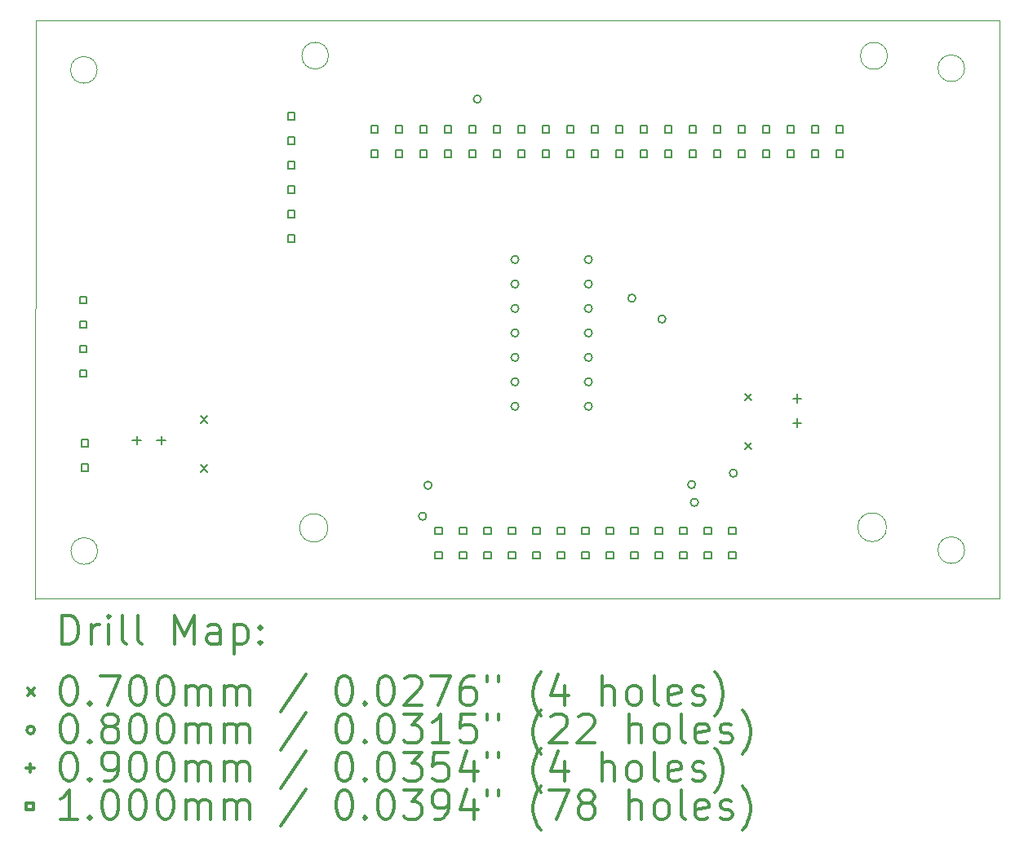
<source format=gbr>
%FSLAX45Y45*%
G04 Gerber Fmt 4.5, Leading zero omitted, Abs format (unit mm)*
G04 Created by KiCad (PCBNEW (5.1.10)-1) date 2023-02-08 16:23:21*
%MOMM*%
%LPD*%
G01*
G04 APERTURE LIST*
%TA.AperFunction,Profile*%
%ADD10C,0.050000*%
%TD*%
%TA.AperFunction,Profile*%
%ADD11C,0.100000*%
%TD*%
%ADD12C,0.200000*%
%ADD13C,0.300000*%
G04 APERTURE END LIST*
D10*
X19601232Y-7483000D02*
G75*
G03*
X19601232Y-7483000I-138232J0D01*
G01*
X19601232Y-12487000D02*
G75*
G03*
X19601232Y-12487000I-138232J0D01*
G01*
X10604232Y-12496000D02*
G75*
G03*
X10604232Y-12496000I-138232J0D01*
G01*
X10600000Y-7500000D02*
G75*
G03*
X10600000Y-7500000I-138232J0D01*
G01*
X18800289Y-7354000D02*
G75*
G03*
X18800289Y-7354000I-140289J0D01*
G01*
X18791482Y-12249000D02*
G75*
G03*
X18791482Y-12249000I-149482J0D01*
G01*
X12995275Y-12256000D02*
G75*
G03*
X12995275Y-12256000I-147275J0D01*
G01*
X13000232Y-7352000D02*
G75*
G03*
X13000232Y-7352000I-138232J0D01*
G01*
D11*
X19962000Y-6988000D02*
X19962000Y-12991000D01*
X9968000Y-6988000D02*
X19962000Y-6988000D01*
X9968000Y-6989000D02*
X9968000Y-6988000D01*
X9968000Y-7011000D02*
X9968000Y-6989000D01*
X9955000Y-12993000D02*
X9968000Y-7002000D01*
X19962000Y-12991000D02*
X9955000Y-12992000D01*
D12*
X11672000Y-11096000D02*
X11742000Y-11166000D01*
X11742000Y-11096000D02*
X11672000Y-11166000D01*
X11672000Y-11604000D02*
X11742000Y-11674000D01*
X11742000Y-11604000D02*
X11672000Y-11674000D01*
X17318000Y-10861000D02*
X17388000Y-10931000D01*
X17388000Y-10861000D02*
X17318000Y-10931000D01*
X17318000Y-11369000D02*
X17388000Y-11439000D01*
X17388000Y-11369000D02*
X17318000Y-11439000D01*
X14016760Y-12134650D02*
G75*
G03*
X14016760Y-12134650I-40000J0D01*
G01*
X14072700Y-11813420D02*
G75*
G03*
X14072700Y-11813420I-40000J0D01*
G01*
X14584710Y-7803450D02*
G75*
G03*
X14584710Y-7803450I-40000J0D01*
G01*
X14975000Y-9469000D02*
G75*
G03*
X14975000Y-9469000I-40000J0D01*
G01*
X14975000Y-9723000D02*
G75*
G03*
X14975000Y-9723000I-40000J0D01*
G01*
X14975000Y-9977000D02*
G75*
G03*
X14975000Y-9977000I-40000J0D01*
G01*
X14975000Y-10231000D02*
G75*
G03*
X14975000Y-10231000I-40000J0D01*
G01*
X14975000Y-10485000D02*
G75*
G03*
X14975000Y-10485000I-40000J0D01*
G01*
X14975000Y-10739000D02*
G75*
G03*
X14975000Y-10739000I-40000J0D01*
G01*
X14975000Y-10993000D02*
G75*
G03*
X14975000Y-10993000I-40000J0D01*
G01*
X15737000Y-9469000D02*
G75*
G03*
X15737000Y-9469000I-40000J0D01*
G01*
X15737000Y-9723000D02*
G75*
G03*
X15737000Y-9723000I-40000J0D01*
G01*
X15737000Y-9977000D02*
G75*
G03*
X15737000Y-9977000I-40000J0D01*
G01*
X15737000Y-10231000D02*
G75*
G03*
X15737000Y-10231000I-40000J0D01*
G01*
X15737000Y-10485000D02*
G75*
G03*
X15737000Y-10485000I-40000J0D01*
G01*
X15737000Y-10739000D02*
G75*
G03*
X15737000Y-10739000I-40000J0D01*
G01*
X15737000Y-10993000D02*
G75*
G03*
X15737000Y-10993000I-40000J0D01*
G01*
X16188680Y-9869230D02*
G75*
G03*
X16188680Y-9869230I-40000J0D01*
G01*
X16499810Y-10087010D02*
G75*
G03*
X16499810Y-10087010I-40000J0D01*
G01*
X16808590Y-11805580D02*
G75*
G03*
X16808590Y-11805580I-40000J0D01*
G01*
X16837560Y-11990970D02*
G75*
G03*
X16837560Y-11990970I-40000J0D01*
G01*
X17241560Y-11687310D02*
G75*
G03*
X17241560Y-11687310I-40000J0D01*
G01*
X11012000Y-11302000D02*
X11012000Y-11392000D01*
X10967000Y-11347000D02*
X11057000Y-11347000D01*
X11266000Y-11302000D02*
X11266000Y-11392000D01*
X11221000Y-11347000D02*
X11311000Y-11347000D01*
X17865000Y-10866000D02*
X17865000Y-10956000D01*
X17820000Y-10911000D02*
X17910000Y-10911000D01*
X17865000Y-11120000D02*
X17865000Y-11210000D01*
X17820000Y-11165000D02*
X17910000Y-11165000D01*
X10488356Y-9926356D02*
X10488356Y-9855644D01*
X10417644Y-9855644D01*
X10417644Y-9926356D01*
X10488356Y-9926356D01*
X10488356Y-10180356D02*
X10488356Y-10109644D01*
X10417644Y-10109644D01*
X10417644Y-10180356D01*
X10488356Y-10180356D01*
X10488356Y-10434356D02*
X10488356Y-10363644D01*
X10417644Y-10363644D01*
X10417644Y-10434356D01*
X10488356Y-10434356D01*
X10488356Y-10688356D02*
X10488356Y-10617644D01*
X10417644Y-10617644D01*
X10417644Y-10688356D01*
X10488356Y-10688356D01*
X10507356Y-11412356D02*
X10507356Y-11341644D01*
X10436644Y-11341644D01*
X10436644Y-11412356D01*
X10507356Y-11412356D01*
X10507356Y-11666356D02*
X10507356Y-11595644D01*
X10436644Y-11595644D01*
X10436644Y-11666356D01*
X10507356Y-11666356D01*
X12647356Y-8016356D02*
X12647356Y-7945644D01*
X12576644Y-7945644D01*
X12576644Y-8016356D01*
X12647356Y-8016356D01*
X12647356Y-8270356D02*
X12647356Y-8199644D01*
X12576644Y-8199644D01*
X12576644Y-8270356D01*
X12647356Y-8270356D01*
X12647356Y-8524356D02*
X12647356Y-8453644D01*
X12576644Y-8453644D01*
X12576644Y-8524356D01*
X12647356Y-8524356D01*
X12647356Y-8778356D02*
X12647356Y-8707644D01*
X12576644Y-8707644D01*
X12576644Y-8778356D01*
X12647356Y-8778356D01*
X12647356Y-9032356D02*
X12647356Y-8961644D01*
X12576644Y-8961644D01*
X12576644Y-9032356D01*
X12647356Y-9032356D01*
X12647356Y-9286356D02*
X12647356Y-9215644D01*
X12576644Y-9215644D01*
X12576644Y-9286356D01*
X12647356Y-9286356D01*
X13512356Y-8150356D02*
X13512356Y-8079644D01*
X13441644Y-8079644D01*
X13441644Y-8150356D01*
X13512356Y-8150356D01*
X13512356Y-8404356D02*
X13512356Y-8333644D01*
X13441644Y-8333644D01*
X13441644Y-8404356D01*
X13512356Y-8404356D01*
X13766356Y-8150356D02*
X13766356Y-8079644D01*
X13695644Y-8079644D01*
X13695644Y-8150356D01*
X13766356Y-8150356D01*
X13766356Y-8404356D02*
X13766356Y-8333644D01*
X13695644Y-8333644D01*
X13695644Y-8404356D01*
X13766356Y-8404356D01*
X14020356Y-8150356D02*
X14020356Y-8079644D01*
X13949644Y-8079644D01*
X13949644Y-8150356D01*
X14020356Y-8150356D01*
X14020356Y-8404356D02*
X14020356Y-8333644D01*
X13949644Y-8333644D01*
X13949644Y-8404356D01*
X14020356Y-8404356D01*
X14177356Y-12319356D02*
X14177356Y-12248644D01*
X14106644Y-12248644D01*
X14106644Y-12319356D01*
X14177356Y-12319356D01*
X14177356Y-12573356D02*
X14177356Y-12502644D01*
X14106644Y-12502644D01*
X14106644Y-12573356D01*
X14177356Y-12573356D01*
X14274356Y-8150356D02*
X14274356Y-8079644D01*
X14203644Y-8079644D01*
X14203644Y-8150356D01*
X14274356Y-8150356D01*
X14274356Y-8404356D02*
X14274356Y-8333644D01*
X14203644Y-8333644D01*
X14203644Y-8404356D01*
X14274356Y-8404356D01*
X14431356Y-12319356D02*
X14431356Y-12248644D01*
X14360644Y-12248644D01*
X14360644Y-12319356D01*
X14431356Y-12319356D01*
X14431356Y-12573356D02*
X14431356Y-12502644D01*
X14360644Y-12502644D01*
X14360644Y-12573356D01*
X14431356Y-12573356D01*
X14528356Y-8150356D02*
X14528356Y-8079644D01*
X14457644Y-8079644D01*
X14457644Y-8150356D01*
X14528356Y-8150356D01*
X14528356Y-8404356D02*
X14528356Y-8333644D01*
X14457644Y-8333644D01*
X14457644Y-8404356D01*
X14528356Y-8404356D01*
X14685356Y-12319356D02*
X14685356Y-12248644D01*
X14614644Y-12248644D01*
X14614644Y-12319356D01*
X14685356Y-12319356D01*
X14685356Y-12573356D02*
X14685356Y-12502644D01*
X14614644Y-12502644D01*
X14614644Y-12573356D01*
X14685356Y-12573356D01*
X14782356Y-8150356D02*
X14782356Y-8079644D01*
X14711644Y-8079644D01*
X14711644Y-8150356D01*
X14782356Y-8150356D01*
X14782356Y-8404356D02*
X14782356Y-8333644D01*
X14711644Y-8333644D01*
X14711644Y-8404356D01*
X14782356Y-8404356D01*
X14939356Y-12319356D02*
X14939356Y-12248644D01*
X14868644Y-12248644D01*
X14868644Y-12319356D01*
X14939356Y-12319356D01*
X14939356Y-12573356D02*
X14939356Y-12502644D01*
X14868644Y-12502644D01*
X14868644Y-12573356D01*
X14939356Y-12573356D01*
X15036356Y-8150356D02*
X15036356Y-8079644D01*
X14965644Y-8079644D01*
X14965644Y-8150356D01*
X15036356Y-8150356D01*
X15036356Y-8404356D02*
X15036356Y-8333644D01*
X14965644Y-8333644D01*
X14965644Y-8404356D01*
X15036356Y-8404356D01*
X15193356Y-12319356D02*
X15193356Y-12248644D01*
X15122644Y-12248644D01*
X15122644Y-12319356D01*
X15193356Y-12319356D01*
X15193356Y-12573356D02*
X15193356Y-12502644D01*
X15122644Y-12502644D01*
X15122644Y-12573356D01*
X15193356Y-12573356D01*
X15290356Y-8150356D02*
X15290356Y-8079644D01*
X15219644Y-8079644D01*
X15219644Y-8150356D01*
X15290356Y-8150356D01*
X15290356Y-8404356D02*
X15290356Y-8333644D01*
X15219644Y-8333644D01*
X15219644Y-8404356D01*
X15290356Y-8404356D01*
X15447356Y-12319356D02*
X15447356Y-12248644D01*
X15376644Y-12248644D01*
X15376644Y-12319356D01*
X15447356Y-12319356D01*
X15447356Y-12573356D02*
X15447356Y-12502644D01*
X15376644Y-12502644D01*
X15376644Y-12573356D01*
X15447356Y-12573356D01*
X15544356Y-8150356D02*
X15544356Y-8079644D01*
X15473644Y-8079644D01*
X15473644Y-8150356D01*
X15544356Y-8150356D01*
X15544356Y-8404356D02*
X15544356Y-8333644D01*
X15473644Y-8333644D01*
X15473644Y-8404356D01*
X15544356Y-8404356D01*
X15701356Y-12319356D02*
X15701356Y-12248644D01*
X15630644Y-12248644D01*
X15630644Y-12319356D01*
X15701356Y-12319356D01*
X15701356Y-12573356D02*
X15701356Y-12502644D01*
X15630644Y-12502644D01*
X15630644Y-12573356D01*
X15701356Y-12573356D01*
X15798356Y-8150356D02*
X15798356Y-8079644D01*
X15727644Y-8079644D01*
X15727644Y-8150356D01*
X15798356Y-8150356D01*
X15798356Y-8404356D02*
X15798356Y-8333644D01*
X15727644Y-8333644D01*
X15727644Y-8404356D01*
X15798356Y-8404356D01*
X15955356Y-12319356D02*
X15955356Y-12248644D01*
X15884644Y-12248644D01*
X15884644Y-12319356D01*
X15955356Y-12319356D01*
X15955356Y-12573356D02*
X15955356Y-12502644D01*
X15884644Y-12502644D01*
X15884644Y-12573356D01*
X15955356Y-12573356D01*
X16052356Y-8150356D02*
X16052356Y-8079644D01*
X15981644Y-8079644D01*
X15981644Y-8150356D01*
X16052356Y-8150356D01*
X16052356Y-8404356D02*
X16052356Y-8333644D01*
X15981644Y-8333644D01*
X15981644Y-8404356D01*
X16052356Y-8404356D01*
X16209356Y-12319356D02*
X16209356Y-12248644D01*
X16138644Y-12248644D01*
X16138644Y-12319356D01*
X16209356Y-12319356D01*
X16209356Y-12573356D02*
X16209356Y-12502644D01*
X16138644Y-12502644D01*
X16138644Y-12573356D01*
X16209356Y-12573356D01*
X16306356Y-8150356D02*
X16306356Y-8079644D01*
X16235644Y-8079644D01*
X16235644Y-8150356D01*
X16306356Y-8150356D01*
X16306356Y-8404356D02*
X16306356Y-8333644D01*
X16235644Y-8333644D01*
X16235644Y-8404356D01*
X16306356Y-8404356D01*
X16463356Y-12319356D02*
X16463356Y-12248644D01*
X16392644Y-12248644D01*
X16392644Y-12319356D01*
X16463356Y-12319356D01*
X16463356Y-12573356D02*
X16463356Y-12502644D01*
X16392644Y-12502644D01*
X16392644Y-12573356D01*
X16463356Y-12573356D01*
X16560356Y-8150356D02*
X16560356Y-8079644D01*
X16489644Y-8079644D01*
X16489644Y-8150356D01*
X16560356Y-8150356D01*
X16560356Y-8404356D02*
X16560356Y-8333644D01*
X16489644Y-8333644D01*
X16489644Y-8404356D01*
X16560356Y-8404356D01*
X16717356Y-12319356D02*
X16717356Y-12248644D01*
X16646644Y-12248644D01*
X16646644Y-12319356D01*
X16717356Y-12319356D01*
X16717356Y-12573356D02*
X16717356Y-12502644D01*
X16646644Y-12502644D01*
X16646644Y-12573356D01*
X16717356Y-12573356D01*
X16814356Y-8150356D02*
X16814356Y-8079644D01*
X16743644Y-8079644D01*
X16743644Y-8150356D01*
X16814356Y-8150356D01*
X16814356Y-8404356D02*
X16814356Y-8333644D01*
X16743644Y-8333644D01*
X16743644Y-8404356D01*
X16814356Y-8404356D01*
X16971356Y-12319356D02*
X16971356Y-12248644D01*
X16900644Y-12248644D01*
X16900644Y-12319356D01*
X16971356Y-12319356D01*
X16971356Y-12573356D02*
X16971356Y-12502644D01*
X16900644Y-12502644D01*
X16900644Y-12573356D01*
X16971356Y-12573356D01*
X17068356Y-8150356D02*
X17068356Y-8079644D01*
X16997644Y-8079644D01*
X16997644Y-8150356D01*
X17068356Y-8150356D01*
X17068356Y-8404356D02*
X17068356Y-8333644D01*
X16997644Y-8333644D01*
X16997644Y-8404356D01*
X17068356Y-8404356D01*
X17225356Y-12319356D02*
X17225356Y-12248644D01*
X17154644Y-12248644D01*
X17154644Y-12319356D01*
X17225356Y-12319356D01*
X17225356Y-12573356D02*
X17225356Y-12502644D01*
X17154644Y-12502644D01*
X17154644Y-12573356D01*
X17225356Y-12573356D01*
X17322356Y-8150356D02*
X17322356Y-8079644D01*
X17251644Y-8079644D01*
X17251644Y-8150356D01*
X17322356Y-8150356D01*
X17322356Y-8404356D02*
X17322356Y-8333644D01*
X17251644Y-8333644D01*
X17251644Y-8404356D01*
X17322356Y-8404356D01*
X17576356Y-8150356D02*
X17576356Y-8079644D01*
X17505644Y-8079644D01*
X17505644Y-8150356D01*
X17576356Y-8150356D01*
X17576356Y-8404356D02*
X17576356Y-8333644D01*
X17505644Y-8333644D01*
X17505644Y-8404356D01*
X17576356Y-8404356D01*
X17830356Y-8150356D02*
X17830356Y-8079644D01*
X17759644Y-8079644D01*
X17759644Y-8150356D01*
X17830356Y-8150356D01*
X17830356Y-8404356D02*
X17830356Y-8333644D01*
X17759644Y-8333644D01*
X17759644Y-8404356D01*
X17830356Y-8404356D01*
X18084356Y-8150356D02*
X18084356Y-8079644D01*
X18013644Y-8079644D01*
X18013644Y-8150356D01*
X18084356Y-8150356D01*
X18084356Y-8404356D02*
X18084356Y-8333644D01*
X18013644Y-8333644D01*
X18013644Y-8404356D01*
X18084356Y-8404356D01*
X18338356Y-8150356D02*
X18338356Y-8079644D01*
X18267644Y-8079644D01*
X18267644Y-8150356D01*
X18338356Y-8150356D01*
X18338356Y-8404356D02*
X18338356Y-8333644D01*
X18267644Y-8333644D01*
X18267644Y-8404356D01*
X18338356Y-8404356D01*
D13*
X10236428Y-13463714D02*
X10236428Y-13163714D01*
X10307857Y-13163714D01*
X10350714Y-13178000D01*
X10379286Y-13206571D01*
X10393571Y-13235143D01*
X10407857Y-13292286D01*
X10407857Y-13335143D01*
X10393571Y-13392286D01*
X10379286Y-13420857D01*
X10350714Y-13449429D01*
X10307857Y-13463714D01*
X10236428Y-13463714D01*
X10536428Y-13463714D02*
X10536428Y-13263714D01*
X10536428Y-13320857D02*
X10550714Y-13292286D01*
X10565000Y-13278000D01*
X10593571Y-13263714D01*
X10622143Y-13263714D01*
X10722143Y-13463714D02*
X10722143Y-13263714D01*
X10722143Y-13163714D02*
X10707857Y-13178000D01*
X10722143Y-13192286D01*
X10736428Y-13178000D01*
X10722143Y-13163714D01*
X10722143Y-13192286D01*
X10907857Y-13463714D02*
X10879286Y-13449429D01*
X10865000Y-13420857D01*
X10865000Y-13163714D01*
X11065000Y-13463714D02*
X11036428Y-13449429D01*
X11022143Y-13420857D01*
X11022143Y-13163714D01*
X11407857Y-13463714D02*
X11407857Y-13163714D01*
X11507857Y-13378000D01*
X11607857Y-13163714D01*
X11607857Y-13463714D01*
X11879286Y-13463714D02*
X11879286Y-13306571D01*
X11865000Y-13278000D01*
X11836428Y-13263714D01*
X11779286Y-13263714D01*
X11750714Y-13278000D01*
X11879286Y-13449429D02*
X11850714Y-13463714D01*
X11779286Y-13463714D01*
X11750714Y-13449429D01*
X11736428Y-13420857D01*
X11736428Y-13392286D01*
X11750714Y-13363714D01*
X11779286Y-13349429D01*
X11850714Y-13349429D01*
X11879286Y-13335143D01*
X12022143Y-13263714D02*
X12022143Y-13563714D01*
X12022143Y-13278000D02*
X12050714Y-13263714D01*
X12107857Y-13263714D01*
X12136428Y-13278000D01*
X12150714Y-13292286D01*
X12165000Y-13320857D01*
X12165000Y-13406571D01*
X12150714Y-13435143D01*
X12136428Y-13449429D01*
X12107857Y-13463714D01*
X12050714Y-13463714D01*
X12022143Y-13449429D01*
X12293571Y-13435143D02*
X12307857Y-13449429D01*
X12293571Y-13463714D01*
X12279286Y-13449429D01*
X12293571Y-13435143D01*
X12293571Y-13463714D01*
X12293571Y-13278000D02*
X12307857Y-13292286D01*
X12293571Y-13306571D01*
X12279286Y-13292286D01*
X12293571Y-13278000D01*
X12293571Y-13306571D01*
X9880000Y-13923000D02*
X9950000Y-13993000D01*
X9950000Y-13923000D02*
X9880000Y-13993000D01*
X10293571Y-13793714D02*
X10322143Y-13793714D01*
X10350714Y-13808000D01*
X10365000Y-13822286D01*
X10379286Y-13850857D01*
X10393571Y-13908000D01*
X10393571Y-13979429D01*
X10379286Y-14036571D01*
X10365000Y-14065143D01*
X10350714Y-14079429D01*
X10322143Y-14093714D01*
X10293571Y-14093714D01*
X10265000Y-14079429D01*
X10250714Y-14065143D01*
X10236428Y-14036571D01*
X10222143Y-13979429D01*
X10222143Y-13908000D01*
X10236428Y-13850857D01*
X10250714Y-13822286D01*
X10265000Y-13808000D01*
X10293571Y-13793714D01*
X10522143Y-14065143D02*
X10536428Y-14079429D01*
X10522143Y-14093714D01*
X10507857Y-14079429D01*
X10522143Y-14065143D01*
X10522143Y-14093714D01*
X10636428Y-13793714D02*
X10836428Y-13793714D01*
X10707857Y-14093714D01*
X11007857Y-13793714D02*
X11036428Y-13793714D01*
X11065000Y-13808000D01*
X11079286Y-13822286D01*
X11093571Y-13850857D01*
X11107857Y-13908000D01*
X11107857Y-13979429D01*
X11093571Y-14036571D01*
X11079286Y-14065143D01*
X11065000Y-14079429D01*
X11036428Y-14093714D01*
X11007857Y-14093714D01*
X10979286Y-14079429D01*
X10965000Y-14065143D01*
X10950714Y-14036571D01*
X10936428Y-13979429D01*
X10936428Y-13908000D01*
X10950714Y-13850857D01*
X10965000Y-13822286D01*
X10979286Y-13808000D01*
X11007857Y-13793714D01*
X11293571Y-13793714D02*
X11322143Y-13793714D01*
X11350714Y-13808000D01*
X11365000Y-13822286D01*
X11379286Y-13850857D01*
X11393571Y-13908000D01*
X11393571Y-13979429D01*
X11379286Y-14036571D01*
X11365000Y-14065143D01*
X11350714Y-14079429D01*
X11322143Y-14093714D01*
X11293571Y-14093714D01*
X11265000Y-14079429D01*
X11250714Y-14065143D01*
X11236428Y-14036571D01*
X11222143Y-13979429D01*
X11222143Y-13908000D01*
X11236428Y-13850857D01*
X11250714Y-13822286D01*
X11265000Y-13808000D01*
X11293571Y-13793714D01*
X11522143Y-14093714D02*
X11522143Y-13893714D01*
X11522143Y-13922286D02*
X11536428Y-13908000D01*
X11565000Y-13893714D01*
X11607857Y-13893714D01*
X11636428Y-13908000D01*
X11650714Y-13936571D01*
X11650714Y-14093714D01*
X11650714Y-13936571D02*
X11665000Y-13908000D01*
X11693571Y-13893714D01*
X11736428Y-13893714D01*
X11765000Y-13908000D01*
X11779286Y-13936571D01*
X11779286Y-14093714D01*
X11922143Y-14093714D02*
X11922143Y-13893714D01*
X11922143Y-13922286D02*
X11936428Y-13908000D01*
X11965000Y-13893714D01*
X12007857Y-13893714D01*
X12036428Y-13908000D01*
X12050714Y-13936571D01*
X12050714Y-14093714D01*
X12050714Y-13936571D02*
X12065000Y-13908000D01*
X12093571Y-13893714D01*
X12136428Y-13893714D01*
X12165000Y-13908000D01*
X12179286Y-13936571D01*
X12179286Y-14093714D01*
X12765000Y-13779429D02*
X12507857Y-14165143D01*
X13150714Y-13793714D02*
X13179286Y-13793714D01*
X13207857Y-13808000D01*
X13222143Y-13822286D01*
X13236428Y-13850857D01*
X13250714Y-13908000D01*
X13250714Y-13979429D01*
X13236428Y-14036571D01*
X13222143Y-14065143D01*
X13207857Y-14079429D01*
X13179286Y-14093714D01*
X13150714Y-14093714D01*
X13122143Y-14079429D01*
X13107857Y-14065143D01*
X13093571Y-14036571D01*
X13079286Y-13979429D01*
X13079286Y-13908000D01*
X13093571Y-13850857D01*
X13107857Y-13822286D01*
X13122143Y-13808000D01*
X13150714Y-13793714D01*
X13379286Y-14065143D02*
X13393571Y-14079429D01*
X13379286Y-14093714D01*
X13365000Y-14079429D01*
X13379286Y-14065143D01*
X13379286Y-14093714D01*
X13579286Y-13793714D02*
X13607857Y-13793714D01*
X13636428Y-13808000D01*
X13650714Y-13822286D01*
X13665000Y-13850857D01*
X13679286Y-13908000D01*
X13679286Y-13979429D01*
X13665000Y-14036571D01*
X13650714Y-14065143D01*
X13636428Y-14079429D01*
X13607857Y-14093714D01*
X13579286Y-14093714D01*
X13550714Y-14079429D01*
X13536428Y-14065143D01*
X13522143Y-14036571D01*
X13507857Y-13979429D01*
X13507857Y-13908000D01*
X13522143Y-13850857D01*
X13536428Y-13822286D01*
X13550714Y-13808000D01*
X13579286Y-13793714D01*
X13793571Y-13822286D02*
X13807857Y-13808000D01*
X13836428Y-13793714D01*
X13907857Y-13793714D01*
X13936428Y-13808000D01*
X13950714Y-13822286D01*
X13965000Y-13850857D01*
X13965000Y-13879429D01*
X13950714Y-13922286D01*
X13779286Y-14093714D01*
X13965000Y-14093714D01*
X14065000Y-13793714D02*
X14265000Y-13793714D01*
X14136428Y-14093714D01*
X14507857Y-13793714D02*
X14450714Y-13793714D01*
X14422143Y-13808000D01*
X14407857Y-13822286D01*
X14379286Y-13865143D01*
X14365000Y-13922286D01*
X14365000Y-14036571D01*
X14379286Y-14065143D01*
X14393571Y-14079429D01*
X14422143Y-14093714D01*
X14479286Y-14093714D01*
X14507857Y-14079429D01*
X14522143Y-14065143D01*
X14536428Y-14036571D01*
X14536428Y-13965143D01*
X14522143Y-13936571D01*
X14507857Y-13922286D01*
X14479286Y-13908000D01*
X14422143Y-13908000D01*
X14393571Y-13922286D01*
X14379286Y-13936571D01*
X14365000Y-13965143D01*
X14650714Y-13793714D02*
X14650714Y-13850857D01*
X14765000Y-13793714D02*
X14765000Y-13850857D01*
X15207857Y-14208000D02*
X15193571Y-14193714D01*
X15165000Y-14150857D01*
X15150714Y-14122286D01*
X15136428Y-14079429D01*
X15122143Y-14008000D01*
X15122143Y-13950857D01*
X15136428Y-13879429D01*
X15150714Y-13836571D01*
X15165000Y-13808000D01*
X15193571Y-13765143D01*
X15207857Y-13750857D01*
X15450714Y-13893714D02*
X15450714Y-14093714D01*
X15379286Y-13779429D02*
X15307857Y-13993714D01*
X15493571Y-13993714D01*
X15836428Y-14093714D02*
X15836428Y-13793714D01*
X15965000Y-14093714D02*
X15965000Y-13936571D01*
X15950714Y-13908000D01*
X15922143Y-13893714D01*
X15879286Y-13893714D01*
X15850714Y-13908000D01*
X15836428Y-13922286D01*
X16150714Y-14093714D02*
X16122143Y-14079429D01*
X16107857Y-14065143D01*
X16093571Y-14036571D01*
X16093571Y-13950857D01*
X16107857Y-13922286D01*
X16122143Y-13908000D01*
X16150714Y-13893714D01*
X16193571Y-13893714D01*
X16222143Y-13908000D01*
X16236428Y-13922286D01*
X16250714Y-13950857D01*
X16250714Y-14036571D01*
X16236428Y-14065143D01*
X16222143Y-14079429D01*
X16193571Y-14093714D01*
X16150714Y-14093714D01*
X16422143Y-14093714D02*
X16393571Y-14079429D01*
X16379286Y-14050857D01*
X16379286Y-13793714D01*
X16650714Y-14079429D02*
X16622143Y-14093714D01*
X16565000Y-14093714D01*
X16536428Y-14079429D01*
X16522143Y-14050857D01*
X16522143Y-13936571D01*
X16536428Y-13908000D01*
X16565000Y-13893714D01*
X16622143Y-13893714D01*
X16650714Y-13908000D01*
X16665000Y-13936571D01*
X16665000Y-13965143D01*
X16522143Y-13993714D01*
X16779286Y-14079429D02*
X16807857Y-14093714D01*
X16865000Y-14093714D01*
X16893571Y-14079429D01*
X16907857Y-14050857D01*
X16907857Y-14036571D01*
X16893571Y-14008000D01*
X16865000Y-13993714D01*
X16822143Y-13993714D01*
X16793571Y-13979429D01*
X16779286Y-13950857D01*
X16779286Y-13936571D01*
X16793571Y-13908000D01*
X16822143Y-13893714D01*
X16865000Y-13893714D01*
X16893571Y-13908000D01*
X17007857Y-14208000D02*
X17022143Y-14193714D01*
X17050714Y-14150857D01*
X17065000Y-14122286D01*
X17079286Y-14079429D01*
X17093571Y-14008000D01*
X17093571Y-13950857D01*
X17079286Y-13879429D01*
X17065000Y-13836571D01*
X17050714Y-13808000D01*
X17022143Y-13765143D01*
X17007857Y-13750857D01*
X9950000Y-14354000D02*
G75*
G03*
X9950000Y-14354000I-40000J0D01*
G01*
X10293571Y-14189714D02*
X10322143Y-14189714D01*
X10350714Y-14204000D01*
X10365000Y-14218286D01*
X10379286Y-14246857D01*
X10393571Y-14304000D01*
X10393571Y-14375429D01*
X10379286Y-14432571D01*
X10365000Y-14461143D01*
X10350714Y-14475429D01*
X10322143Y-14489714D01*
X10293571Y-14489714D01*
X10265000Y-14475429D01*
X10250714Y-14461143D01*
X10236428Y-14432571D01*
X10222143Y-14375429D01*
X10222143Y-14304000D01*
X10236428Y-14246857D01*
X10250714Y-14218286D01*
X10265000Y-14204000D01*
X10293571Y-14189714D01*
X10522143Y-14461143D02*
X10536428Y-14475429D01*
X10522143Y-14489714D01*
X10507857Y-14475429D01*
X10522143Y-14461143D01*
X10522143Y-14489714D01*
X10707857Y-14318286D02*
X10679286Y-14304000D01*
X10665000Y-14289714D01*
X10650714Y-14261143D01*
X10650714Y-14246857D01*
X10665000Y-14218286D01*
X10679286Y-14204000D01*
X10707857Y-14189714D01*
X10765000Y-14189714D01*
X10793571Y-14204000D01*
X10807857Y-14218286D01*
X10822143Y-14246857D01*
X10822143Y-14261143D01*
X10807857Y-14289714D01*
X10793571Y-14304000D01*
X10765000Y-14318286D01*
X10707857Y-14318286D01*
X10679286Y-14332571D01*
X10665000Y-14346857D01*
X10650714Y-14375429D01*
X10650714Y-14432571D01*
X10665000Y-14461143D01*
X10679286Y-14475429D01*
X10707857Y-14489714D01*
X10765000Y-14489714D01*
X10793571Y-14475429D01*
X10807857Y-14461143D01*
X10822143Y-14432571D01*
X10822143Y-14375429D01*
X10807857Y-14346857D01*
X10793571Y-14332571D01*
X10765000Y-14318286D01*
X11007857Y-14189714D02*
X11036428Y-14189714D01*
X11065000Y-14204000D01*
X11079286Y-14218286D01*
X11093571Y-14246857D01*
X11107857Y-14304000D01*
X11107857Y-14375429D01*
X11093571Y-14432571D01*
X11079286Y-14461143D01*
X11065000Y-14475429D01*
X11036428Y-14489714D01*
X11007857Y-14489714D01*
X10979286Y-14475429D01*
X10965000Y-14461143D01*
X10950714Y-14432571D01*
X10936428Y-14375429D01*
X10936428Y-14304000D01*
X10950714Y-14246857D01*
X10965000Y-14218286D01*
X10979286Y-14204000D01*
X11007857Y-14189714D01*
X11293571Y-14189714D02*
X11322143Y-14189714D01*
X11350714Y-14204000D01*
X11365000Y-14218286D01*
X11379286Y-14246857D01*
X11393571Y-14304000D01*
X11393571Y-14375429D01*
X11379286Y-14432571D01*
X11365000Y-14461143D01*
X11350714Y-14475429D01*
X11322143Y-14489714D01*
X11293571Y-14489714D01*
X11265000Y-14475429D01*
X11250714Y-14461143D01*
X11236428Y-14432571D01*
X11222143Y-14375429D01*
X11222143Y-14304000D01*
X11236428Y-14246857D01*
X11250714Y-14218286D01*
X11265000Y-14204000D01*
X11293571Y-14189714D01*
X11522143Y-14489714D02*
X11522143Y-14289714D01*
X11522143Y-14318286D02*
X11536428Y-14304000D01*
X11565000Y-14289714D01*
X11607857Y-14289714D01*
X11636428Y-14304000D01*
X11650714Y-14332571D01*
X11650714Y-14489714D01*
X11650714Y-14332571D02*
X11665000Y-14304000D01*
X11693571Y-14289714D01*
X11736428Y-14289714D01*
X11765000Y-14304000D01*
X11779286Y-14332571D01*
X11779286Y-14489714D01*
X11922143Y-14489714D02*
X11922143Y-14289714D01*
X11922143Y-14318286D02*
X11936428Y-14304000D01*
X11965000Y-14289714D01*
X12007857Y-14289714D01*
X12036428Y-14304000D01*
X12050714Y-14332571D01*
X12050714Y-14489714D01*
X12050714Y-14332571D02*
X12065000Y-14304000D01*
X12093571Y-14289714D01*
X12136428Y-14289714D01*
X12165000Y-14304000D01*
X12179286Y-14332571D01*
X12179286Y-14489714D01*
X12765000Y-14175429D02*
X12507857Y-14561143D01*
X13150714Y-14189714D02*
X13179286Y-14189714D01*
X13207857Y-14204000D01*
X13222143Y-14218286D01*
X13236428Y-14246857D01*
X13250714Y-14304000D01*
X13250714Y-14375429D01*
X13236428Y-14432571D01*
X13222143Y-14461143D01*
X13207857Y-14475429D01*
X13179286Y-14489714D01*
X13150714Y-14489714D01*
X13122143Y-14475429D01*
X13107857Y-14461143D01*
X13093571Y-14432571D01*
X13079286Y-14375429D01*
X13079286Y-14304000D01*
X13093571Y-14246857D01*
X13107857Y-14218286D01*
X13122143Y-14204000D01*
X13150714Y-14189714D01*
X13379286Y-14461143D02*
X13393571Y-14475429D01*
X13379286Y-14489714D01*
X13365000Y-14475429D01*
X13379286Y-14461143D01*
X13379286Y-14489714D01*
X13579286Y-14189714D02*
X13607857Y-14189714D01*
X13636428Y-14204000D01*
X13650714Y-14218286D01*
X13665000Y-14246857D01*
X13679286Y-14304000D01*
X13679286Y-14375429D01*
X13665000Y-14432571D01*
X13650714Y-14461143D01*
X13636428Y-14475429D01*
X13607857Y-14489714D01*
X13579286Y-14489714D01*
X13550714Y-14475429D01*
X13536428Y-14461143D01*
X13522143Y-14432571D01*
X13507857Y-14375429D01*
X13507857Y-14304000D01*
X13522143Y-14246857D01*
X13536428Y-14218286D01*
X13550714Y-14204000D01*
X13579286Y-14189714D01*
X13779286Y-14189714D02*
X13965000Y-14189714D01*
X13865000Y-14304000D01*
X13907857Y-14304000D01*
X13936428Y-14318286D01*
X13950714Y-14332571D01*
X13965000Y-14361143D01*
X13965000Y-14432571D01*
X13950714Y-14461143D01*
X13936428Y-14475429D01*
X13907857Y-14489714D01*
X13822143Y-14489714D01*
X13793571Y-14475429D01*
X13779286Y-14461143D01*
X14250714Y-14489714D02*
X14079286Y-14489714D01*
X14165000Y-14489714D02*
X14165000Y-14189714D01*
X14136428Y-14232571D01*
X14107857Y-14261143D01*
X14079286Y-14275429D01*
X14522143Y-14189714D02*
X14379286Y-14189714D01*
X14365000Y-14332571D01*
X14379286Y-14318286D01*
X14407857Y-14304000D01*
X14479286Y-14304000D01*
X14507857Y-14318286D01*
X14522143Y-14332571D01*
X14536428Y-14361143D01*
X14536428Y-14432571D01*
X14522143Y-14461143D01*
X14507857Y-14475429D01*
X14479286Y-14489714D01*
X14407857Y-14489714D01*
X14379286Y-14475429D01*
X14365000Y-14461143D01*
X14650714Y-14189714D02*
X14650714Y-14246857D01*
X14765000Y-14189714D02*
X14765000Y-14246857D01*
X15207857Y-14604000D02*
X15193571Y-14589714D01*
X15165000Y-14546857D01*
X15150714Y-14518286D01*
X15136428Y-14475429D01*
X15122143Y-14404000D01*
X15122143Y-14346857D01*
X15136428Y-14275429D01*
X15150714Y-14232571D01*
X15165000Y-14204000D01*
X15193571Y-14161143D01*
X15207857Y-14146857D01*
X15307857Y-14218286D02*
X15322143Y-14204000D01*
X15350714Y-14189714D01*
X15422143Y-14189714D01*
X15450714Y-14204000D01*
X15465000Y-14218286D01*
X15479286Y-14246857D01*
X15479286Y-14275429D01*
X15465000Y-14318286D01*
X15293571Y-14489714D01*
X15479286Y-14489714D01*
X15593571Y-14218286D02*
X15607857Y-14204000D01*
X15636428Y-14189714D01*
X15707857Y-14189714D01*
X15736428Y-14204000D01*
X15750714Y-14218286D01*
X15765000Y-14246857D01*
X15765000Y-14275429D01*
X15750714Y-14318286D01*
X15579286Y-14489714D01*
X15765000Y-14489714D01*
X16122143Y-14489714D02*
X16122143Y-14189714D01*
X16250714Y-14489714D02*
X16250714Y-14332571D01*
X16236428Y-14304000D01*
X16207857Y-14289714D01*
X16165000Y-14289714D01*
X16136428Y-14304000D01*
X16122143Y-14318286D01*
X16436428Y-14489714D02*
X16407857Y-14475429D01*
X16393571Y-14461143D01*
X16379286Y-14432571D01*
X16379286Y-14346857D01*
X16393571Y-14318286D01*
X16407857Y-14304000D01*
X16436428Y-14289714D01*
X16479286Y-14289714D01*
X16507857Y-14304000D01*
X16522143Y-14318286D01*
X16536428Y-14346857D01*
X16536428Y-14432571D01*
X16522143Y-14461143D01*
X16507857Y-14475429D01*
X16479286Y-14489714D01*
X16436428Y-14489714D01*
X16707857Y-14489714D02*
X16679286Y-14475429D01*
X16665000Y-14446857D01*
X16665000Y-14189714D01*
X16936428Y-14475429D02*
X16907857Y-14489714D01*
X16850714Y-14489714D01*
X16822143Y-14475429D01*
X16807857Y-14446857D01*
X16807857Y-14332571D01*
X16822143Y-14304000D01*
X16850714Y-14289714D01*
X16907857Y-14289714D01*
X16936428Y-14304000D01*
X16950714Y-14332571D01*
X16950714Y-14361143D01*
X16807857Y-14389714D01*
X17065000Y-14475429D02*
X17093571Y-14489714D01*
X17150714Y-14489714D01*
X17179286Y-14475429D01*
X17193571Y-14446857D01*
X17193571Y-14432571D01*
X17179286Y-14404000D01*
X17150714Y-14389714D01*
X17107857Y-14389714D01*
X17079286Y-14375429D01*
X17065000Y-14346857D01*
X17065000Y-14332571D01*
X17079286Y-14304000D01*
X17107857Y-14289714D01*
X17150714Y-14289714D01*
X17179286Y-14304000D01*
X17293571Y-14604000D02*
X17307857Y-14589714D01*
X17336428Y-14546857D01*
X17350714Y-14518286D01*
X17365000Y-14475429D01*
X17379286Y-14404000D01*
X17379286Y-14346857D01*
X17365000Y-14275429D01*
X17350714Y-14232571D01*
X17336428Y-14204000D01*
X17307857Y-14161143D01*
X17293571Y-14146857D01*
X9905000Y-14705000D02*
X9905000Y-14795000D01*
X9860000Y-14750000D02*
X9950000Y-14750000D01*
X10293571Y-14585714D02*
X10322143Y-14585714D01*
X10350714Y-14600000D01*
X10365000Y-14614286D01*
X10379286Y-14642857D01*
X10393571Y-14700000D01*
X10393571Y-14771429D01*
X10379286Y-14828571D01*
X10365000Y-14857143D01*
X10350714Y-14871429D01*
X10322143Y-14885714D01*
X10293571Y-14885714D01*
X10265000Y-14871429D01*
X10250714Y-14857143D01*
X10236428Y-14828571D01*
X10222143Y-14771429D01*
X10222143Y-14700000D01*
X10236428Y-14642857D01*
X10250714Y-14614286D01*
X10265000Y-14600000D01*
X10293571Y-14585714D01*
X10522143Y-14857143D02*
X10536428Y-14871429D01*
X10522143Y-14885714D01*
X10507857Y-14871429D01*
X10522143Y-14857143D01*
X10522143Y-14885714D01*
X10679286Y-14885714D02*
X10736428Y-14885714D01*
X10765000Y-14871429D01*
X10779286Y-14857143D01*
X10807857Y-14814286D01*
X10822143Y-14757143D01*
X10822143Y-14642857D01*
X10807857Y-14614286D01*
X10793571Y-14600000D01*
X10765000Y-14585714D01*
X10707857Y-14585714D01*
X10679286Y-14600000D01*
X10665000Y-14614286D01*
X10650714Y-14642857D01*
X10650714Y-14714286D01*
X10665000Y-14742857D01*
X10679286Y-14757143D01*
X10707857Y-14771429D01*
X10765000Y-14771429D01*
X10793571Y-14757143D01*
X10807857Y-14742857D01*
X10822143Y-14714286D01*
X11007857Y-14585714D02*
X11036428Y-14585714D01*
X11065000Y-14600000D01*
X11079286Y-14614286D01*
X11093571Y-14642857D01*
X11107857Y-14700000D01*
X11107857Y-14771429D01*
X11093571Y-14828571D01*
X11079286Y-14857143D01*
X11065000Y-14871429D01*
X11036428Y-14885714D01*
X11007857Y-14885714D01*
X10979286Y-14871429D01*
X10965000Y-14857143D01*
X10950714Y-14828571D01*
X10936428Y-14771429D01*
X10936428Y-14700000D01*
X10950714Y-14642857D01*
X10965000Y-14614286D01*
X10979286Y-14600000D01*
X11007857Y-14585714D01*
X11293571Y-14585714D02*
X11322143Y-14585714D01*
X11350714Y-14600000D01*
X11365000Y-14614286D01*
X11379286Y-14642857D01*
X11393571Y-14700000D01*
X11393571Y-14771429D01*
X11379286Y-14828571D01*
X11365000Y-14857143D01*
X11350714Y-14871429D01*
X11322143Y-14885714D01*
X11293571Y-14885714D01*
X11265000Y-14871429D01*
X11250714Y-14857143D01*
X11236428Y-14828571D01*
X11222143Y-14771429D01*
X11222143Y-14700000D01*
X11236428Y-14642857D01*
X11250714Y-14614286D01*
X11265000Y-14600000D01*
X11293571Y-14585714D01*
X11522143Y-14885714D02*
X11522143Y-14685714D01*
X11522143Y-14714286D02*
X11536428Y-14700000D01*
X11565000Y-14685714D01*
X11607857Y-14685714D01*
X11636428Y-14700000D01*
X11650714Y-14728571D01*
X11650714Y-14885714D01*
X11650714Y-14728571D02*
X11665000Y-14700000D01*
X11693571Y-14685714D01*
X11736428Y-14685714D01*
X11765000Y-14700000D01*
X11779286Y-14728571D01*
X11779286Y-14885714D01*
X11922143Y-14885714D02*
X11922143Y-14685714D01*
X11922143Y-14714286D02*
X11936428Y-14700000D01*
X11965000Y-14685714D01*
X12007857Y-14685714D01*
X12036428Y-14700000D01*
X12050714Y-14728571D01*
X12050714Y-14885714D01*
X12050714Y-14728571D02*
X12065000Y-14700000D01*
X12093571Y-14685714D01*
X12136428Y-14685714D01*
X12165000Y-14700000D01*
X12179286Y-14728571D01*
X12179286Y-14885714D01*
X12765000Y-14571429D02*
X12507857Y-14957143D01*
X13150714Y-14585714D02*
X13179286Y-14585714D01*
X13207857Y-14600000D01*
X13222143Y-14614286D01*
X13236428Y-14642857D01*
X13250714Y-14700000D01*
X13250714Y-14771429D01*
X13236428Y-14828571D01*
X13222143Y-14857143D01*
X13207857Y-14871429D01*
X13179286Y-14885714D01*
X13150714Y-14885714D01*
X13122143Y-14871429D01*
X13107857Y-14857143D01*
X13093571Y-14828571D01*
X13079286Y-14771429D01*
X13079286Y-14700000D01*
X13093571Y-14642857D01*
X13107857Y-14614286D01*
X13122143Y-14600000D01*
X13150714Y-14585714D01*
X13379286Y-14857143D02*
X13393571Y-14871429D01*
X13379286Y-14885714D01*
X13365000Y-14871429D01*
X13379286Y-14857143D01*
X13379286Y-14885714D01*
X13579286Y-14585714D02*
X13607857Y-14585714D01*
X13636428Y-14600000D01*
X13650714Y-14614286D01*
X13665000Y-14642857D01*
X13679286Y-14700000D01*
X13679286Y-14771429D01*
X13665000Y-14828571D01*
X13650714Y-14857143D01*
X13636428Y-14871429D01*
X13607857Y-14885714D01*
X13579286Y-14885714D01*
X13550714Y-14871429D01*
X13536428Y-14857143D01*
X13522143Y-14828571D01*
X13507857Y-14771429D01*
X13507857Y-14700000D01*
X13522143Y-14642857D01*
X13536428Y-14614286D01*
X13550714Y-14600000D01*
X13579286Y-14585714D01*
X13779286Y-14585714D02*
X13965000Y-14585714D01*
X13865000Y-14700000D01*
X13907857Y-14700000D01*
X13936428Y-14714286D01*
X13950714Y-14728571D01*
X13965000Y-14757143D01*
X13965000Y-14828571D01*
X13950714Y-14857143D01*
X13936428Y-14871429D01*
X13907857Y-14885714D01*
X13822143Y-14885714D01*
X13793571Y-14871429D01*
X13779286Y-14857143D01*
X14236428Y-14585714D02*
X14093571Y-14585714D01*
X14079286Y-14728571D01*
X14093571Y-14714286D01*
X14122143Y-14700000D01*
X14193571Y-14700000D01*
X14222143Y-14714286D01*
X14236428Y-14728571D01*
X14250714Y-14757143D01*
X14250714Y-14828571D01*
X14236428Y-14857143D01*
X14222143Y-14871429D01*
X14193571Y-14885714D01*
X14122143Y-14885714D01*
X14093571Y-14871429D01*
X14079286Y-14857143D01*
X14507857Y-14685714D02*
X14507857Y-14885714D01*
X14436428Y-14571429D02*
X14365000Y-14785714D01*
X14550714Y-14785714D01*
X14650714Y-14585714D02*
X14650714Y-14642857D01*
X14765000Y-14585714D02*
X14765000Y-14642857D01*
X15207857Y-15000000D02*
X15193571Y-14985714D01*
X15165000Y-14942857D01*
X15150714Y-14914286D01*
X15136428Y-14871429D01*
X15122143Y-14800000D01*
X15122143Y-14742857D01*
X15136428Y-14671429D01*
X15150714Y-14628571D01*
X15165000Y-14600000D01*
X15193571Y-14557143D01*
X15207857Y-14542857D01*
X15450714Y-14685714D02*
X15450714Y-14885714D01*
X15379286Y-14571429D02*
X15307857Y-14785714D01*
X15493571Y-14785714D01*
X15836428Y-14885714D02*
X15836428Y-14585714D01*
X15965000Y-14885714D02*
X15965000Y-14728571D01*
X15950714Y-14700000D01*
X15922143Y-14685714D01*
X15879286Y-14685714D01*
X15850714Y-14700000D01*
X15836428Y-14714286D01*
X16150714Y-14885714D02*
X16122143Y-14871429D01*
X16107857Y-14857143D01*
X16093571Y-14828571D01*
X16093571Y-14742857D01*
X16107857Y-14714286D01*
X16122143Y-14700000D01*
X16150714Y-14685714D01*
X16193571Y-14685714D01*
X16222143Y-14700000D01*
X16236428Y-14714286D01*
X16250714Y-14742857D01*
X16250714Y-14828571D01*
X16236428Y-14857143D01*
X16222143Y-14871429D01*
X16193571Y-14885714D01*
X16150714Y-14885714D01*
X16422143Y-14885714D02*
X16393571Y-14871429D01*
X16379286Y-14842857D01*
X16379286Y-14585714D01*
X16650714Y-14871429D02*
X16622143Y-14885714D01*
X16565000Y-14885714D01*
X16536428Y-14871429D01*
X16522143Y-14842857D01*
X16522143Y-14728571D01*
X16536428Y-14700000D01*
X16565000Y-14685714D01*
X16622143Y-14685714D01*
X16650714Y-14700000D01*
X16665000Y-14728571D01*
X16665000Y-14757143D01*
X16522143Y-14785714D01*
X16779286Y-14871429D02*
X16807857Y-14885714D01*
X16865000Y-14885714D01*
X16893571Y-14871429D01*
X16907857Y-14842857D01*
X16907857Y-14828571D01*
X16893571Y-14800000D01*
X16865000Y-14785714D01*
X16822143Y-14785714D01*
X16793571Y-14771429D01*
X16779286Y-14742857D01*
X16779286Y-14728571D01*
X16793571Y-14700000D01*
X16822143Y-14685714D01*
X16865000Y-14685714D01*
X16893571Y-14700000D01*
X17007857Y-15000000D02*
X17022143Y-14985714D01*
X17050714Y-14942857D01*
X17065000Y-14914286D01*
X17079286Y-14871429D01*
X17093571Y-14800000D01*
X17093571Y-14742857D01*
X17079286Y-14671429D01*
X17065000Y-14628571D01*
X17050714Y-14600000D01*
X17022143Y-14557143D01*
X17007857Y-14542857D01*
X9935356Y-15181356D02*
X9935356Y-15110644D01*
X9864644Y-15110644D01*
X9864644Y-15181356D01*
X9935356Y-15181356D01*
X10393571Y-15281714D02*
X10222143Y-15281714D01*
X10307857Y-15281714D02*
X10307857Y-14981714D01*
X10279286Y-15024571D01*
X10250714Y-15053143D01*
X10222143Y-15067429D01*
X10522143Y-15253143D02*
X10536428Y-15267429D01*
X10522143Y-15281714D01*
X10507857Y-15267429D01*
X10522143Y-15253143D01*
X10522143Y-15281714D01*
X10722143Y-14981714D02*
X10750714Y-14981714D01*
X10779286Y-14996000D01*
X10793571Y-15010286D01*
X10807857Y-15038857D01*
X10822143Y-15096000D01*
X10822143Y-15167429D01*
X10807857Y-15224571D01*
X10793571Y-15253143D01*
X10779286Y-15267429D01*
X10750714Y-15281714D01*
X10722143Y-15281714D01*
X10693571Y-15267429D01*
X10679286Y-15253143D01*
X10665000Y-15224571D01*
X10650714Y-15167429D01*
X10650714Y-15096000D01*
X10665000Y-15038857D01*
X10679286Y-15010286D01*
X10693571Y-14996000D01*
X10722143Y-14981714D01*
X11007857Y-14981714D02*
X11036428Y-14981714D01*
X11065000Y-14996000D01*
X11079286Y-15010286D01*
X11093571Y-15038857D01*
X11107857Y-15096000D01*
X11107857Y-15167429D01*
X11093571Y-15224571D01*
X11079286Y-15253143D01*
X11065000Y-15267429D01*
X11036428Y-15281714D01*
X11007857Y-15281714D01*
X10979286Y-15267429D01*
X10965000Y-15253143D01*
X10950714Y-15224571D01*
X10936428Y-15167429D01*
X10936428Y-15096000D01*
X10950714Y-15038857D01*
X10965000Y-15010286D01*
X10979286Y-14996000D01*
X11007857Y-14981714D01*
X11293571Y-14981714D02*
X11322143Y-14981714D01*
X11350714Y-14996000D01*
X11365000Y-15010286D01*
X11379286Y-15038857D01*
X11393571Y-15096000D01*
X11393571Y-15167429D01*
X11379286Y-15224571D01*
X11365000Y-15253143D01*
X11350714Y-15267429D01*
X11322143Y-15281714D01*
X11293571Y-15281714D01*
X11265000Y-15267429D01*
X11250714Y-15253143D01*
X11236428Y-15224571D01*
X11222143Y-15167429D01*
X11222143Y-15096000D01*
X11236428Y-15038857D01*
X11250714Y-15010286D01*
X11265000Y-14996000D01*
X11293571Y-14981714D01*
X11522143Y-15281714D02*
X11522143Y-15081714D01*
X11522143Y-15110286D02*
X11536428Y-15096000D01*
X11565000Y-15081714D01*
X11607857Y-15081714D01*
X11636428Y-15096000D01*
X11650714Y-15124571D01*
X11650714Y-15281714D01*
X11650714Y-15124571D02*
X11665000Y-15096000D01*
X11693571Y-15081714D01*
X11736428Y-15081714D01*
X11765000Y-15096000D01*
X11779286Y-15124571D01*
X11779286Y-15281714D01*
X11922143Y-15281714D02*
X11922143Y-15081714D01*
X11922143Y-15110286D02*
X11936428Y-15096000D01*
X11965000Y-15081714D01*
X12007857Y-15081714D01*
X12036428Y-15096000D01*
X12050714Y-15124571D01*
X12050714Y-15281714D01*
X12050714Y-15124571D02*
X12065000Y-15096000D01*
X12093571Y-15081714D01*
X12136428Y-15081714D01*
X12165000Y-15096000D01*
X12179286Y-15124571D01*
X12179286Y-15281714D01*
X12765000Y-14967429D02*
X12507857Y-15353143D01*
X13150714Y-14981714D02*
X13179286Y-14981714D01*
X13207857Y-14996000D01*
X13222143Y-15010286D01*
X13236428Y-15038857D01*
X13250714Y-15096000D01*
X13250714Y-15167429D01*
X13236428Y-15224571D01*
X13222143Y-15253143D01*
X13207857Y-15267429D01*
X13179286Y-15281714D01*
X13150714Y-15281714D01*
X13122143Y-15267429D01*
X13107857Y-15253143D01*
X13093571Y-15224571D01*
X13079286Y-15167429D01*
X13079286Y-15096000D01*
X13093571Y-15038857D01*
X13107857Y-15010286D01*
X13122143Y-14996000D01*
X13150714Y-14981714D01*
X13379286Y-15253143D02*
X13393571Y-15267429D01*
X13379286Y-15281714D01*
X13365000Y-15267429D01*
X13379286Y-15253143D01*
X13379286Y-15281714D01*
X13579286Y-14981714D02*
X13607857Y-14981714D01*
X13636428Y-14996000D01*
X13650714Y-15010286D01*
X13665000Y-15038857D01*
X13679286Y-15096000D01*
X13679286Y-15167429D01*
X13665000Y-15224571D01*
X13650714Y-15253143D01*
X13636428Y-15267429D01*
X13607857Y-15281714D01*
X13579286Y-15281714D01*
X13550714Y-15267429D01*
X13536428Y-15253143D01*
X13522143Y-15224571D01*
X13507857Y-15167429D01*
X13507857Y-15096000D01*
X13522143Y-15038857D01*
X13536428Y-15010286D01*
X13550714Y-14996000D01*
X13579286Y-14981714D01*
X13779286Y-14981714D02*
X13965000Y-14981714D01*
X13865000Y-15096000D01*
X13907857Y-15096000D01*
X13936428Y-15110286D01*
X13950714Y-15124571D01*
X13965000Y-15153143D01*
X13965000Y-15224571D01*
X13950714Y-15253143D01*
X13936428Y-15267429D01*
X13907857Y-15281714D01*
X13822143Y-15281714D01*
X13793571Y-15267429D01*
X13779286Y-15253143D01*
X14107857Y-15281714D02*
X14165000Y-15281714D01*
X14193571Y-15267429D01*
X14207857Y-15253143D01*
X14236428Y-15210286D01*
X14250714Y-15153143D01*
X14250714Y-15038857D01*
X14236428Y-15010286D01*
X14222143Y-14996000D01*
X14193571Y-14981714D01*
X14136428Y-14981714D01*
X14107857Y-14996000D01*
X14093571Y-15010286D01*
X14079286Y-15038857D01*
X14079286Y-15110286D01*
X14093571Y-15138857D01*
X14107857Y-15153143D01*
X14136428Y-15167429D01*
X14193571Y-15167429D01*
X14222143Y-15153143D01*
X14236428Y-15138857D01*
X14250714Y-15110286D01*
X14507857Y-15081714D02*
X14507857Y-15281714D01*
X14436428Y-14967429D02*
X14365000Y-15181714D01*
X14550714Y-15181714D01*
X14650714Y-14981714D02*
X14650714Y-15038857D01*
X14765000Y-14981714D02*
X14765000Y-15038857D01*
X15207857Y-15396000D02*
X15193571Y-15381714D01*
X15165000Y-15338857D01*
X15150714Y-15310286D01*
X15136428Y-15267429D01*
X15122143Y-15196000D01*
X15122143Y-15138857D01*
X15136428Y-15067429D01*
X15150714Y-15024571D01*
X15165000Y-14996000D01*
X15193571Y-14953143D01*
X15207857Y-14938857D01*
X15293571Y-14981714D02*
X15493571Y-14981714D01*
X15365000Y-15281714D01*
X15650714Y-15110286D02*
X15622143Y-15096000D01*
X15607857Y-15081714D01*
X15593571Y-15053143D01*
X15593571Y-15038857D01*
X15607857Y-15010286D01*
X15622143Y-14996000D01*
X15650714Y-14981714D01*
X15707857Y-14981714D01*
X15736428Y-14996000D01*
X15750714Y-15010286D01*
X15765000Y-15038857D01*
X15765000Y-15053143D01*
X15750714Y-15081714D01*
X15736428Y-15096000D01*
X15707857Y-15110286D01*
X15650714Y-15110286D01*
X15622143Y-15124571D01*
X15607857Y-15138857D01*
X15593571Y-15167429D01*
X15593571Y-15224571D01*
X15607857Y-15253143D01*
X15622143Y-15267429D01*
X15650714Y-15281714D01*
X15707857Y-15281714D01*
X15736428Y-15267429D01*
X15750714Y-15253143D01*
X15765000Y-15224571D01*
X15765000Y-15167429D01*
X15750714Y-15138857D01*
X15736428Y-15124571D01*
X15707857Y-15110286D01*
X16122143Y-15281714D02*
X16122143Y-14981714D01*
X16250714Y-15281714D02*
X16250714Y-15124571D01*
X16236428Y-15096000D01*
X16207857Y-15081714D01*
X16165000Y-15081714D01*
X16136428Y-15096000D01*
X16122143Y-15110286D01*
X16436428Y-15281714D02*
X16407857Y-15267429D01*
X16393571Y-15253143D01*
X16379286Y-15224571D01*
X16379286Y-15138857D01*
X16393571Y-15110286D01*
X16407857Y-15096000D01*
X16436428Y-15081714D01*
X16479286Y-15081714D01*
X16507857Y-15096000D01*
X16522143Y-15110286D01*
X16536428Y-15138857D01*
X16536428Y-15224571D01*
X16522143Y-15253143D01*
X16507857Y-15267429D01*
X16479286Y-15281714D01*
X16436428Y-15281714D01*
X16707857Y-15281714D02*
X16679286Y-15267429D01*
X16665000Y-15238857D01*
X16665000Y-14981714D01*
X16936428Y-15267429D02*
X16907857Y-15281714D01*
X16850714Y-15281714D01*
X16822143Y-15267429D01*
X16807857Y-15238857D01*
X16807857Y-15124571D01*
X16822143Y-15096000D01*
X16850714Y-15081714D01*
X16907857Y-15081714D01*
X16936428Y-15096000D01*
X16950714Y-15124571D01*
X16950714Y-15153143D01*
X16807857Y-15181714D01*
X17065000Y-15267429D02*
X17093571Y-15281714D01*
X17150714Y-15281714D01*
X17179286Y-15267429D01*
X17193571Y-15238857D01*
X17193571Y-15224571D01*
X17179286Y-15196000D01*
X17150714Y-15181714D01*
X17107857Y-15181714D01*
X17079286Y-15167429D01*
X17065000Y-15138857D01*
X17065000Y-15124571D01*
X17079286Y-15096000D01*
X17107857Y-15081714D01*
X17150714Y-15081714D01*
X17179286Y-15096000D01*
X17293571Y-15396000D02*
X17307857Y-15381714D01*
X17336428Y-15338857D01*
X17350714Y-15310286D01*
X17365000Y-15267429D01*
X17379286Y-15196000D01*
X17379286Y-15138857D01*
X17365000Y-15067429D01*
X17350714Y-15024571D01*
X17336428Y-14996000D01*
X17307857Y-14953143D01*
X17293571Y-14938857D01*
M02*

</source>
